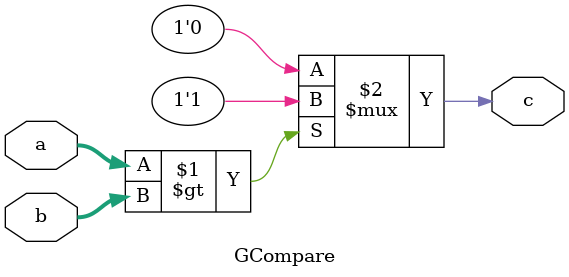
<source format=v>

module GCompare
#(parameter WIDTH=10)
(a, b, c);
input signed [WIDTH-1:0] a, b;
output c;

assign c = (a > b)? 1'b1 : 1'b0 ;
endmodule 
</source>
